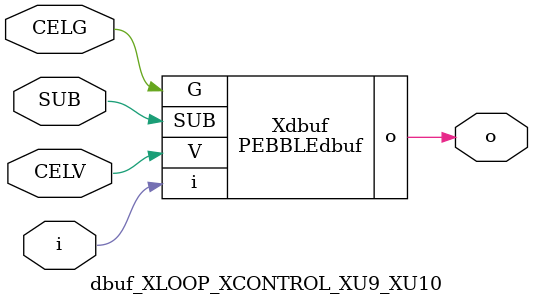
<source format=v>



module PEBBLEdbuf ( o, G, SUB, V, i );

  input V;
  input i;
  input G;
  output o;
  input SUB;
endmodule

//Celera Confidential Do Not Copy dbuf_XLOOP_XCONTROL_XU9_XU10
//Celera Confidential Symbol Generator
//Digital Buffer
module dbuf_XLOOP_XCONTROL_XU9_XU10 (CELV,CELG,i,o,SUB);
input CELV;
input CELG;
input i;
input SUB;
output o;

//Celera Confidential Do Not Copy dbuf
PEBBLEdbuf Xdbuf(
.V (CELV),
.i (i),
.o (o),
.SUB (SUB),
.G (CELG)
);
//,diesize,PEBBLEdbuf

//Celera Confidential Do Not Copy Module End
//Celera Schematic Generator
endmodule

</source>
